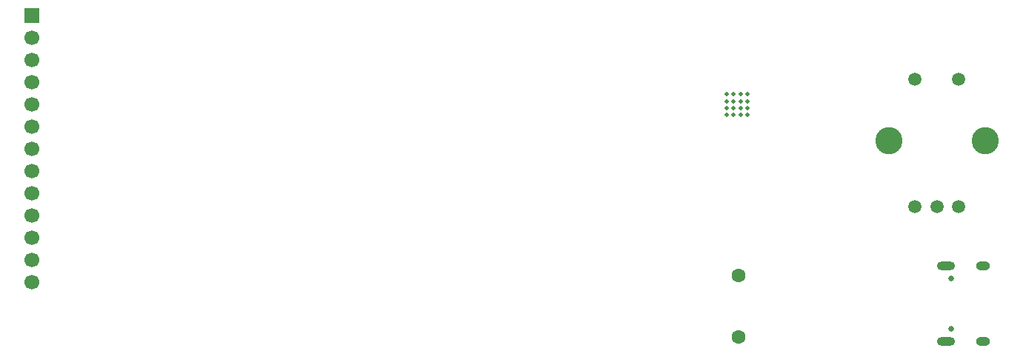
<source format=gbr>
%TF.GenerationSoftware,KiCad,Pcbnew,9.0.6*%
%TF.CreationDate,2026-01-02T14:19:04-05:00*%
%TF.ProjectId,spotify desk thing,73706f74-6966-4792-9064-65736b207468,rev?*%
%TF.SameCoordinates,Original*%
%TF.FileFunction,Soldermask,Bot*%
%TF.FilePolarity,Negative*%
%FSLAX46Y46*%
G04 Gerber Fmt 4.6, Leading zero omitted, Abs format (unit mm)*
G04 Created by KiCad (PCBNEW 9.0.6) date 2026-01-02 14:19:04*
%MOMM*%
%LPD*%
G01*
G04 APERTURE LIST*
%ADD10C,1.600000*%
%ADD11O,1.600000X1.000000*%
%ADD12O,2.100000X1.000000*%
%ADD13C,0.650000*%
%ADD14C,3.098800*%
%ADD15C,1.498600*%
%ADD16C,0.508000*%
%ADD17R,1.700000X1.700000*%
%ADD18C,1.700000*%
G04 APERTURE END LIST*
D10*
%TO.C,J2*%
X128000000Y-172050000D03*
X128000000Y-165050000D03*
%TD*%
D11*
%TO.C,J3*%
X155950000Y-163880000D03*
D12*
X151770000Y-163880000D03*
D11*
X155950000Y-172520000D03*
D12*
X151770000Y-172520000D03*
D13*
X152300000Y-165310000D03*
X152300000Y-171090000D03*
%TD*%
D14*
%TO.C,U4*%
X145200001Y-149600002D03*
X156199999Y-149600002D03*
D15*
X148200000Y-157100000D03*
X153200000Y-157100000D03*
X150700000Y-157100000D03*
X148200000Y-142600003D03*
X153200000Y-142600003D03*
%TD*%
D16*
%TO.C,U3*%
X126668500Y-144293900D03*
X126668500Y-145081300D03*
X126668500Y-145868700D03*
X126668500Y-146656100D03*
X127455900Y-144293900D03*
X127455900Y-145081300D03*
X127455900Y-145868700D03*
X127455900Y-146656100D03*
X128243300Y-144293900D03*
X128243300Y-145081300D03*
X128243300Y-145868700D03*
X128243300Y-146656100D03*
X129030700Y-144293900D03*
X129030700Y-145081300D03*
X129030700Y-145868700D03*
X129030700Y-146656100D03*
%TD*%
D17*
%TO.C,J1*%
X47250000Y-135300000D03*
D18*
X47250000Y-137840000D03*
X47250000Y-140380000D03*
X47250000Y-142920000D03*
X47250000Y-145460000D03*
X47250000Y-148000000D03*
X47250000Y-150540000D03*
X47250000Y-153080000D03*
X47250000Y-155620000D03*
X47250000Y-158160000D03*
X47250000Y-160700000D03*
X47250000Y-163240000D03*
X47250000Y-165780000D03*
%TD*%
M02*

</source>
